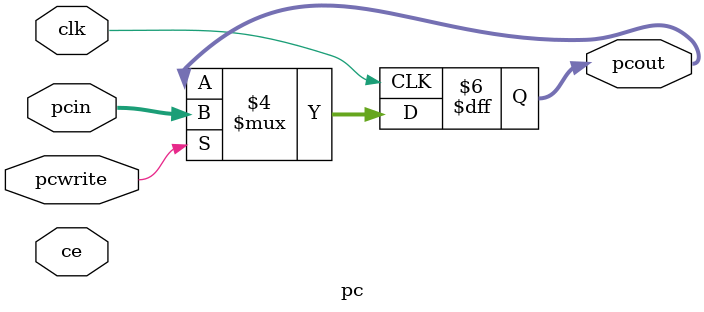
<source format=v>
module pc(pcin,pcout, pcwrite,clk,ce);
input clk, ce, pcwrite;
input[31:0] pcin;
output reg[31:0] pcout;
initial begin
	pcout <= 0;
end
always @(posedge clk)
begin
	if(pcwrite == 1) 
		pcout <= pcin; //nop
	else
		$display("Skip writing to pc nop");//nop
end
endmodule

</source>
